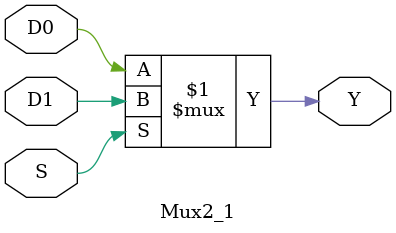
<source format=v>
module Mux2_1(D0, D1, S, Y);

output Y;
input D0, D1, S;

assign Y=(S)?D1:D0;
endmodule 
</source>
